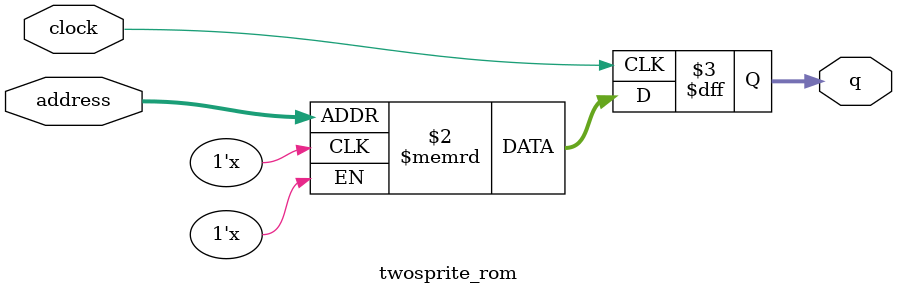
<source format=sv>
module twosprite_rom (
	input logic clock,
	input logic [7:0] address,
	output logic [3:0] q
);

logic [3:0] memory [0:241] /* synthesis ram_init_file = "./twosprite/twosprite.mif" */;

always_ff @ (posedge clock) begin
	q <= memory[address];
end

endmodule

</source>
